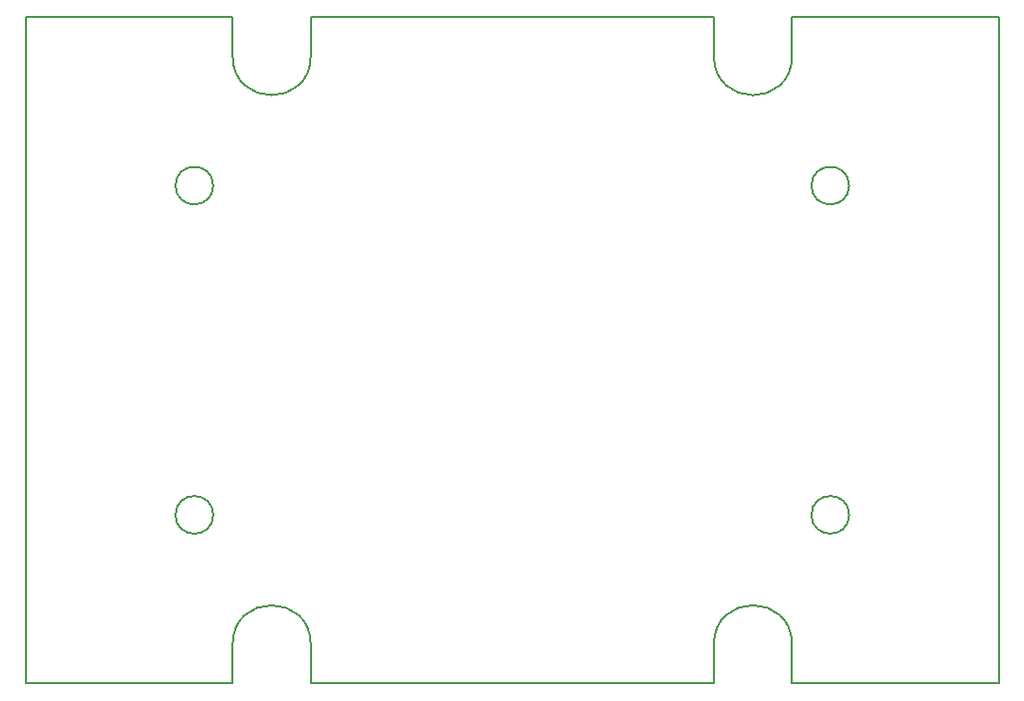
<source format=gbr>
G04 #@! TF.GenerationSoftware,KiCad,Pcbnew,7.0.2-0*
G04 #@! TF.CreationDate,2023-05-12T13:42:33-07:00*
G04 #@! TF.ProjectId,SWR Protector,53575220-5072-46f7-9465-63746f722e6b,v1.0*
G04 #@! TF.SameCoordinates,Original*
G04 #@! TF.FileFunction,Profile,NP*
%FSLAX46Y46*%
G04 Gerber Fmt 4.6, Leading zero omitted, Abs format (unit mm)*
G04 Created by KiCad (PCBNEW 7.0.2-0) date 2023-05-12 13:42:33*
%MOMM*%
%LPD*%
G01*
G04 APERTURE LIST*
G04 #@! TA.AperFunction,Profile*
%ADD10C,0.200000*%
G04 #@! TD*
G04 APERTURE END LIST*
D10*
X131229405Y-131380487D02*
X113645497Y-131380487D01*
X172091371Y-74769234D02*
X172091371Y-78074861D01*
X178723555Y-131380487D02*
X178723555Y-128074861D01*
X131229405Y-78074861D02*
G75*
G03*
X137861589Y-78074861I3316092J0D01*
G01*
X196307463Y-74769234D02*
X196307463Y-131380487D01*
X183576480Y-117074861D02*
G75*
G03*
X183576480Y-117074861I-1600000J0D01*
G01*
X137861589Y-74769234D02*
X172091371Y-74769234D01*
X183576480Y-89074861D02*
G75*
G03*
X183576480Y-89074861I-1600000J0D01*
G01*
X178723555Y-78074861D02*
X178723555Y-74769234D01*
X113645497Y-74769234D02*
X131229405Y-74769234D01*
X178723555Y-128074861D02*
G75*
G03*
X172091371Y-128074861I-3316092J0D01*
G01*
X131229405Y-74769234D02*
X131229405Y-78074861D01*
X137861589Y-128074861D02*
G75*
G03*
X131229405Y-128074861I-3316092J0D01*
G01*
X196307463Y-131380487D02*
X178723555Y-131380487D01*
X129576480Y-117074861D02*
G75*
G03*
X129576480Y-117074861I-1600000J0D01*
G01*
X172091371Y-128074861D02*
X172091371Y-131380487D01*
X172091371Y-78074861D02*
G75*
G03*
X178723555Y-78074861I3316092J0D01*
G01*
X178723555Y-74769234D02*
X196307463Y-74769234D01*
X131229405Y-128074861D02*
X131229405Y-131380487D01*
X129576480Y-89074861D02*
G75*
G03*
X129576480Y-89074861I-1600000J0D01*
G01*
X137861589Y-131380487D02*
X137861589Y-128074861D01*
X137861589Y-78074861D02*
X137861589Y-74769234D01*
X113645497Y-131380487D02*
X113645497Y-74769234D01*
X172091371Y-131380487D02*
X137861589Y-131380487D01*
M02*

</source>
